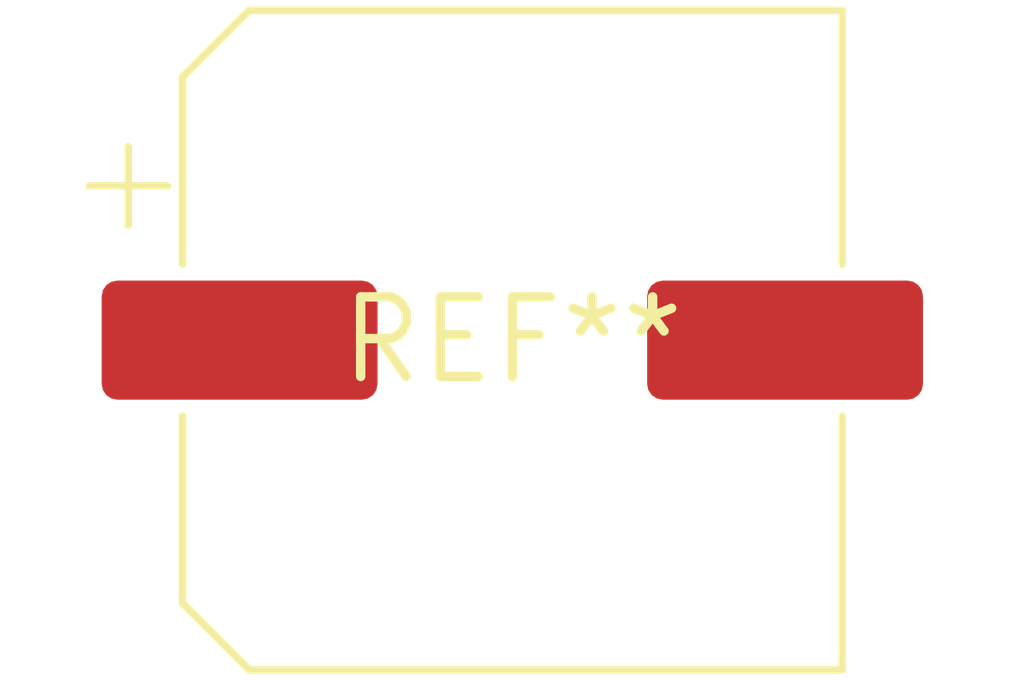
<source format=kicad_pcb>
(kicad_pcb (version 20240108) (generator pcbnew)
  (layers (0 "F.Cu" signal) (31 "B.Cu" signal) (34 "B.Paste" user) (35 "F.Paste" user) (36 "B.SilkS" user "B.Silkscreen") (37 "F.SilkS" user "F.Silkscreen") (38 "B.Mask" user) (39 "F.Mask" user) (44 "Edge.Cuts" user))
  (net 0 "")
  (footprint "CP_Elec_10x12.6" (layer "F.Cu") (at 0 0)
    (property "Reference" "REF**")
    (property "Value" "CP_Elec_10x12.6")
    (fp_line (start -6.75 -2.46) (end -5.5 -2.46) (layer "F.SilkS") (stroke (width 0.12)))
    (fp_line (start -6.125 -3.085) (end -6.125 -1.835) (layer "F.SilkS") (stroke (width 0.12)))
    (fp_line (start -5.26 -4.195563) (end -5.26 -1.21) (layer "F.SilkS") (stroke (width 0.12)))
    (fp_line (start -5.26 -4.195563) (end -4.195563 -5.26) (layer "F.SilkS") (stroke (width 0.12)))
    (fp_line (start -5.26 4.195563) (end -5.26 1.21) (layer "F.SilkS") (stroke (width 0.12)))
    (fp_line (start -5.26 4.195563) (end -4.195563 5.26) (layer "F.SilkS") (stroke (width 0.12)))
    (fp_line (start -4.195563 -5.26) (end 5.26 -5.26) (layer "F.SilkS") (stroke (width 0.12)))
    (fp_line (start -4.195563 5.26) (end 5.26 5.26) (layer "F.SilkS") (stroke (width 0.12)))
    (fp_line (start 5.26 -5.26) (end 5.26 -1.21) (layer "F.SilkS") (stroke (width 0.12)))
    (fp_line (start 5.26 5.26) (end 5.26 1.21) (layer "F.SilkS") (stroke (width 0.12)))
    (pad "1" smd roundrect (at -4.35 0) (size 4.4 1.9) (layers "F.Cu" "F.Paste" "F.Mask") (roundrect_rratio 0.131579))
    (pad "2" smd roundrect (at 4.35 0) (size 4.4 1.9) (layers "F.Cu" "F.Paste" "F.Mask") (roundrect_rratio 0.131579))
  )
)
</source>
